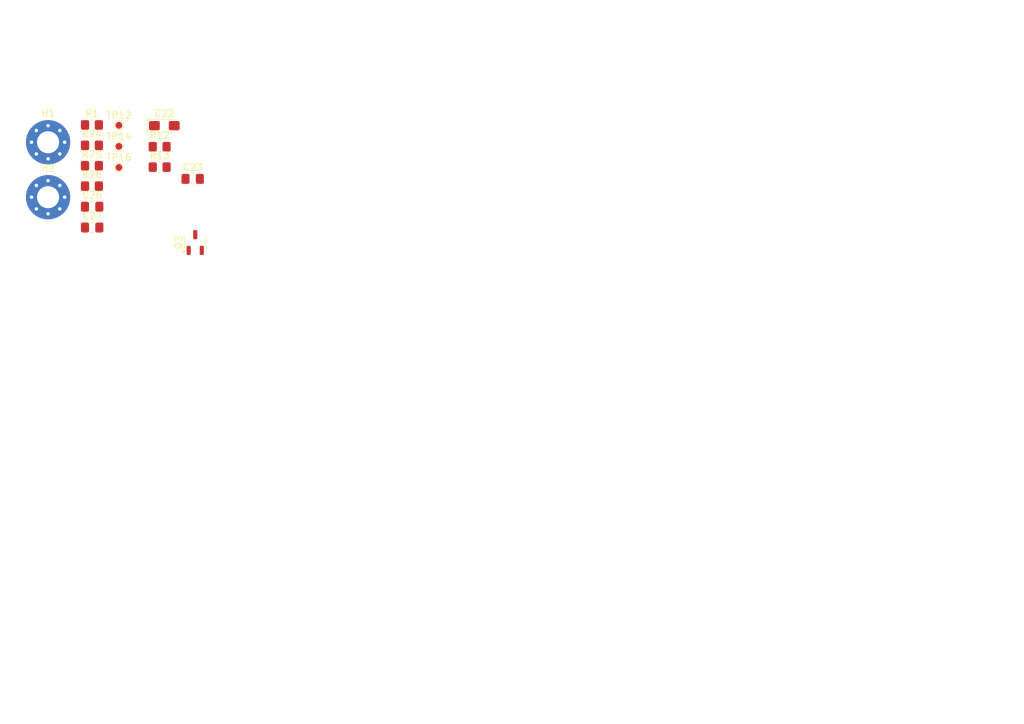
<source format=kicad_pcb>
(kicad_pcb (version 20241229) (generator "pcbnew") (generator_version "9.0")
  (layers (0 "F.Cu" signal) (2 "B.Cu" signal) (13 "F.Paste" user) (15 "B.Paste" user) (5 "F.SilkS" user "F.Silkscreen") (7 "B.SilkS" user "B.Silkscreen") (1 "F.Mask" user) (3 "B.Mask" user) (25 "Edge.Cuts" user))
  (net 0 "")
  (net 1 "GND")
  (net 2 "+3V3")
  (net 3 "EN")
  (net 4 "BOOT")
  (net 5 "SDA")
  (net 6 "SCL")
  (net 7 "Net-(R25-Pad2)")
  (net 8 "Net-(R26-Pad2)")
  (net 9 "+5V")
  (net 10 "+12V")
  (net 11 "FRET_1_STR_B")
  (net 12 "/MCU/SOL")
  (footprint "TestPoint:TestPoint_Pad_D1.0mm" (layer "F.Cu") (at 48.82 31)
    (property "Reference" "TP12" (at 0 -1.448 0) (layer "F.SilkS"))
    (property "Value" "TestPoint")
    (fp_circle (center 0 0) (end 0 0.7) (stroke (width 0.12)) (fill no) (layer "F.SilkS"))
    (pad "1" smd circle (at 0 0) (size 1 1) (layers "F.Cu" "F.Mask") (net 9 "+5V"))
  )
  (footprint "TestPoint:TestPoint_Pad_D1.0mm" (layer "F.Cu") (at 48.82 37.1)
    (property "Reference" "TP16" (at 0 -1.448 0) (layer "F.SilkS"))
    (property "Value" "TestPoint")
    (fp_circle (center 0 0) (end 0 0.7) (stroke (width 0.12)) (fill no) (layer "F.SilkS"))
    (pad "1" smd circle (at 0 0) (size 1 1) (layers "F.Cu" "F.Mask") (net 10 "+12V"))
  )
  (footprint "Capacitor_SMD:C_0805_2012Metric_Pad1.18x1.45mm_HandSolder" (layer "F.Cu") (at 44.95 42.78)
    (property "Reference" "C26" (at 0 -1.68 0) (layer "F.SilkS"))
    (property "Value" "100nF")
    (fp_line (start -0.261252 -0.735) (end 0.261252 -0.735) (stroke (width 0.12)) (layer "F.SilkS"))
    (fp_line (start -0.261252 0.735) (end 0.261252 0.735) (stroke (width 0.12)) (layer "F.SilkS"))
    (pad "1" smd roundrect (at -1.0375 0) (size 1.175 1.45) (layers "F.Cu" "F.Mask" "F.Paste") (roundrect_rratio 0.212766) (net 3 "EN"))
    (pad "2" smd roundrect (at 1.0375 0) (size 1.175 1.45) (layers "F.Cu" "F.Mask" "F.Paste") (roundrect_rratio 0.212766) (net 1 "GND"))
  )
  (footprint "Resistor_SMD:R_0805_2012Metric_Pad1.20x1.40mm_HandSolder" (layer "F.Cu") (at 44.92 30.95)
    (property "Reference" "R1" (at 0 -1.65 0) (layer "F.SilkS"))
    (property "Value" "10k")
    (fp_line (start -0.227064 -0.735) (end 0.227064 -0.735) (stroke (width 0.12)) (layer "F.SilkS"))
    (fp_line (start -0.227064 0.735) (end 0.227064 0.735) (stroke (width 0.12)) (layer "F.SilkS"))
    (pad "1" smd roundrect (at -1 0) (size 1.2 1.4) (layers "F.Cu" "F.Mask" "F.Paste") (roundrect_rratio 0.208333) (net 4 "BOOT"))
    (pad "2" smd roundrect (at 1 0) (size 1.2 1.4) (layers "F.Cu" "F.Mask" "F.Paste") (roundrect_rratio 0.208333) (net 2 "+3V3"))
  )
  (footprint "Resistor_SMD:R_0805_2012Metric_Pad1.20x1.40mm_HandSolder" (layer "F.Cu") (at 54.72 37.05)
    (property "Reference" "R13" (at 0 -1.65 0) (layer "F.SilkS"))
    (property "Value" "10k")
    (fp_line (start -0.227064 -0.735) (end 0.227064 -0.735) (stroke (width 0.12)) (layer "F.SilkS"))
    (fp_line (start -0.227064 0.735) (end 0.227064 0.735) (stroke (width 0.12)) (layer "F.SilkS"))
    (pad "1" smd roundrect (at -1 0) (size 1.2 1.4) (layers "F.Cu" "F.Mask" "F.Paste") (roundrect_rratio 0.208333) (net 6 "SCL"))
    (pad "2" smd roundrect (at 1 0) (size 1.2 1.4) (layers "F.Cu" "F.Mask" "F.Paste") (roundrect_rratio 0.208333) (net 2 "+3V3"))
  )
  (footprint "Capacitor_SMD:C_0805_2012Metric_Pad1.18x1.45mm_HandSolder" (layer "F.Cu") (at 59.5 38.75)
    (property "Reference" "C23" (at 0 -1.68 0) (layer "F.SilkS"))
    (property "Value" "100nF")
    (fp_line (start -0.261252 -0.735) (end 0.261252 -0.735) (stroke (width 0.12)) (layer "F.SilkS"))
    (fp_line (start -0.261252 0.735) (end 0.261252 0.735) (stroke (width 0.12)) (layer "F.SilkS"))
    (pad "1" smd roundrect (at -1.0375 0) (size 1.175 1.45) (layers "F.Cu" "F.Mask" "F.Paste") (roundrect_rratio 0.212766) (net 2 "+3V3"))
    (pad "2" smd roundrect (at 1.0375 0) (size 1.175 1.45) (layers "F.Cu" "F.Mask" "F.Paste") (roundrect_rratio 0.212766) (net 1 "GND"))
  )
  (footprint "Package_TO_SOT_SMD:SOT-23-3" (layer "F.Cu") (at 59.87 47.9625 90)
    (property "Reference" "Q3" (at 0 -2.4 90) (layer "F.SilkS"))
    (property "Value" "NMOS")
    (fp_line (start 0 -1.56) (end 0.8 -1.56) (stroke (width 0.12)) (layer "F.SilkS"))
    (fp_line (start 0 -1.56) (end -0.8 -1.56) (stroke (width 0.12)) (layer "F.SilkS"))
    (fp_line (start 0 1.56) (end 0.8 1.56) (stroke (width 0.12)) (layer "F.SilkS"))
    (fp_line (start 0 1.56) (end -0.8 1.56) (stroke (width 0.12)) (layer "F.SilkS"))
    (fp_poly (pts (xy -1.3 -1.51) (xy -1.54 -1.84) (xy -1.06 -1.84) (xy -1.3 -1.51)) (stroke (width 0.12)) (fill yes) (layer "F.SilkS"))
    (pad "1" smd roundrect (at -1.1375 -0.95 90) (size 1.325 0.6) (layers "F.Cu" "F.Mask" "F.Paste") (net 11 "FRET_1_STR_B"))
    (pad "2" smd roundrect (at -1.1375 0.95 90) (size 1.325 0.6) (layers "F.Cu" "F.Mask" "F.Paste") (net 1 "GND"))
    (pad "3" smd roundrect (at 1.1375 0 90) (size 1.325 0.6) (layers "F.Cu" "F.Mask" "F.Paste") (net 12 "/MCU/SOL"))
  )
  (footprint "Resistor_SMD:R_0805_2012Metric_Pad1.20x1.40mm_HandSolder" (layer "F.Cu") (at 44.92 33.9)
    (property "Reference" "R24" (at 0 -1.65 0) (layer "F.SilkS"))
    (property "Value" "10k")
    (fp_line (start -0.227064 -0.735) (end 0.227064 -0.735) (stroke (width 0.12)) (layer "F.SilkS"))
    (fp_line (start -0.227064 0.735) (end 0.227064 0.735) (stroke (width 0.12)) (layer "F.SilkS"))
    (pad "1" smd roundrect (at -1 0) (size 1.2 1.4) (layers "F.Cu" "F.Mask" "F.Paste") (roundrect_rratio 0.208333) (net 3 "EN"))
    (pad "2" smd roundrect (at 1 0) (size 1.2 1.4) (layers "F.Cu" "F.Mask" "F.Paste") (roundrect_rratio 0.208333) (net 2 "+3V3"))
  )
  (footprint "Capacitor_Tantalum_SMD:CP_EIA-3216-18_Kemet-A_Pad1.58x1.35mm_HandSolder" (layer "F.Cu") (at 55.39 31.05)
    (property "Reference" "C22" (at 0 -1.75 0) (layer "F.SilkS"))
    (property "Value" "10uF")
    (fp_line (start -2.485 -0.935) (end -2.485 0.935) (stroke (width 0.12)) (layer "F.SilkS"))
    (fp_line (start -2.485 0.935) (end 1.6 0.935) (stroke (width 0.12)) (layer "F.SilkS"))
    (fp_line (start 1.6 -0.935) (end -2.485 -0.935) (stroke (width 0.12)) (layer "F.SilkS"))
    (pad "1" smd roundrect (at -1.4375 0) (size 1.575 1.35) (layers "F.Cu" "F.Mask" "F.Paste") (roundrect_rratio 0.185185) (net 2 "+3V3"))
    (pad "2" smd roundrect (at 1.4375 0) (size 1.575 1.35) (layers "F.Cu" "F.Mask" "F.Paste") (roundrect_rratio 0.185185) (net 1 "GND"))
  )
  (footprint "Resistor_SMD:R_0805_2012Metric_Pad1.20x1.40mm_HandSolder" (layer "F.Cu") (at 44.92 39.8)
    (property "Reference" "R26" (at 0 -1.65 0) (layer "F.SilkS"))
    (property "Value" "10k")
    (fp_line (start -0.227064 -0.735) (end 0.227064 -0.735) (stroke (width 0.12)) (layer "F.SilkS"))
    (fp_line (start -0.227064 0.735) (end 0.227064 0.735) (stroke (width 0.12)) (layer "F.SilkS"))
    (pad "1" smd roundrect (at -1 0) (size 1.2 1.4) (layers "F.Cu" "F.Mask" "F.Paste") (roundrect_rratio 0.208333) (net 2 "+3V3"))
    (pad "2" smd roundrect (at 1 0) (size 1.2 1.4) (layers "F.Cu" "F.Mask" "F.Paste") (roundrect_rratio 0.208333) (net 8 "Net-(R26-Pad2)"))
  )
  (footprint "Resistor_SMD:R_0805_2012Metric_Pad1.20x1.40mm_HandSolder" (layer "F.Cu") (at 54.72 34.1)
    (property "Reference" "R12" (at 0 -1.65 0) (layer "F.SilkS"))
    (property "Value" "10k")
    (fp_line (start -0.227064 -0.735) (end 0.227064 -0.735) (stroke (width 0.12)) (layer "F.SilkS"))
    (fp_line (start -0.227064 0.735) (end 0.227064 0.735) (stroke (width 0.12)) (layer "F.SilkS"))
    (pad "1" smd roundrect (at -1 0) (size 1.2 1.4) (layers "F.Cu" "F.Mask" "F.Paste") (roundrect_rratio 0.208333) (net 5 "SDA"))
    (pad "2" smd roundrect (at 1 0) (size 1.2 1.4) (layers "F.Cu" "F.Mask" "F.Paste") (roundrect_rratio 0.208333) (net 2 "+3V3"))
  )
  (footprint "Capacitor_SMD:C_0805_2012Metric_Pad1.18x1.45mm_HandSolder" (layer "F.Cu") (at 44.95 45.79)
    (property "Reference" "C27" (at 0 -1.68 0) (layer "F.SilkS"))
    (property "Value" "100nF")
    (fp_line (start -0.261252 -0.735) (end 0.261252 -0.735) (stroke (width 0.12)) (layer "F.SilkS"))
    (fp_line (start -0.261252 0.735) (end 0.261252 0.735) (stroke (width 0.12)) (layer "F.SilkS"))
    (pad "1" smd roundrect (at -1.0375 0) (size 1.175 1.45) (layers "F.Cu" "F.Mask" "F.Paste") (roundrect_rratio 0.212766) (net 4 "BOOT"))
    (pad "2" smd roundrect (at 1.0375 0) (size 1.175 1.45) (layers "F.Cu" "F.Mask" "F.Paste") (roundrect_rratio 0.212766) (net 1 "GND"))
  )
  (footprint "TestPoint:TestPoint_Pad_D1.0mm" (layer "F.Cu") (at 48.82 34.05)
    (property "Reference" "TP14" (at 0 -1.448 0) (layer "F.SilkS"))
    (property "Value" "TestPoint")
    (fp_circle (center 0 0) (end 0 0.7) (stroke (width 0.12)) (fill no) (layer "F.SilkS"))
    (pad "1" smd circle (at 0 0) (size 1 1) (layers "F.Cu" "F.Mask") (net 2 "+3V3"))
  )
  (footprint "MountingHole:MountingHole_3.2mm_M3_Pad_Via" (layer "F.Cu") (at 38.57 33.45)
    (property "Reference" "H1" (at 0 -4.2 0) (layer "F.SilkS"))
    (property "Value" "Mounting Hole M3")
    (pad "1" thru_hole circle (at -2.4 0) (size 0.8 0.8) (drill 0.5) (layers "*.Cu" "*.Mask") (net 1 "GND"))
    (pad "1" thru_hole circle (at -1.697056 -1.697056) (size 0.8 0.8) (drill 0.5) (layers "*.Cu" "*.Mask") (net 1 "GND"))
    (pad "1" thru_hole circle (at -1.697056 1.697056) (size 0.8 0.8) (drill 0.5) (layers "*.Cu" "*.Mask") (net 1 "GND"))
    (pad "1" thru_hole circle (at 0 -2.4) (size 0.8 0.8) (drill 0.5) (layers "*.Cu" "*.Mask") (net 1 "GND"))
    (pad "1" thru_hole circle (at 0 0) (size 6.4 6.4) (drill 3.2) (layers "*.Cu" "*.Mask") (net 1 "GND"))
    (pad "1" thru_hole circle (at 0 2.4) (size 0.8 0.8) (drill 0.5) (layers "*.Cu" "*.Mask") (net 1 "GND"))
    (pad "1" thru_hole circle (at 1.697056 -1.697056) (size 0.8 0.8) (drill 0.5) (layers "*.Cu" "*.Mask") (net 1 "GND"))
    (pad "1" thru_hole circle (at 1.697056 1.697056) (size 0.8 0.8) (drill 0.5) (layers "*.Cu" "*.Mask") (net 1 "GND"))
    (pad "1" thru_hole circle (at 2.4 0) (size 0.8 0.8) (drill 0.5) (layers "*.Cu" "*.Mask") (net 1 "GND"))
  )
  (footprint "MountingHole:MountingHole_3.2mm_M3_Pad_Via" (layer "F.Cu") (at 38.57 41.4)
    (property "Reference" "H2" (at 0 -4.2 0) (layer "F.SilkS"))
    (property "Value" "Mounting Hole M3")
    (pad "1" thru_hole circle (at -2.4 0) (size 0.8 0.8) (drill 0.5) (layers "*.Cu" "*.Mask") (net 1 "GND"))
    (pad "1" thru_hole circle (at -1.697056 -1.697056) (size 0.8 0.8) (drill 0.5) (layers "*.Cu" "*.Mask") (net 1 "GND"))
    (pad "1" thru_hole circle (at -1.697056 1.697056) (size 0.8 0.8) (drill 0.5) (layers "*.Cu" "*.Mask") (net 1 "GND"))
    (pad "1" thru_hole circle (at 0 -2.4) (size 0.8 0.8) (drill 0.5) (layers "*.Cu" "*.Mask") (net 1 "GND"))
    (pad "1" thru_hole circle (at 0 0) (size 6.4 6.4) (drill 3.2) (layers "*.Cu" "*.Mask") (net 1 "GND"))
    (pad "1" thru_hole circle (at 0 2.4) (size 0.8 0.8) (drill 0.5) (layers "*.Cu" "*.Mask") (net 1 "GND"))
    (pad "1" thru_hole circle (at 1.697056 -1.697056) (size 0.8 0.8) (drill 0.5) (layers "*.Cu" "*.Mask") (net 1 "GND"))
    (pad "1" thru_hole circle (at 1.697056 1.697056) (size 0.8 0.8) (drill 0.5) (layers "*.Cu" "*.Mask") (net 1 "GND"))
    (pad "1" thru_hole circle (at 2.4 0) (size 0.8 0.8) (drill 0.5) (layers "*.Cu" "*.Mask") (net 1 "GND"))
  )
  (footprint "Resistor_SMD:R_0805_2012Metric_Pad1.20x1.40mm_HandSolder" (layer "F.Cu") (at 44.92 36.85)
    (property "Reference" "R25" (at 0 -1.65 0) (layer "F.SilkS"))
    (property "Value" "10k")
    (fp_line (start -0.227064 -0.735) (end 0.227064 -0.735) (stroke (width 0.12)) (layer "F.SilkS"))
    (fp_line (start -0.227064 0.735) (end 0.227064 0.735) (stroke (width 0.12)) (layer "F.SilkS"))
    (pad "1" smd roundrect (at -1 0) (size 1.2 1.4) (layers "F.Cu" "F.Mask" "F.Paste") (roundrect_rratio 0.208333) (net 2 "+3V3"))
    (pad "2" smd roundrect (at 1 0) (size 1.2 1.4) (layers "F.Cu" "F.Mask" "F.Paste") (roundrect_rratio 0.208333) (net 7 "Net-(R25-Pad2)"))
  )
)
</source>
